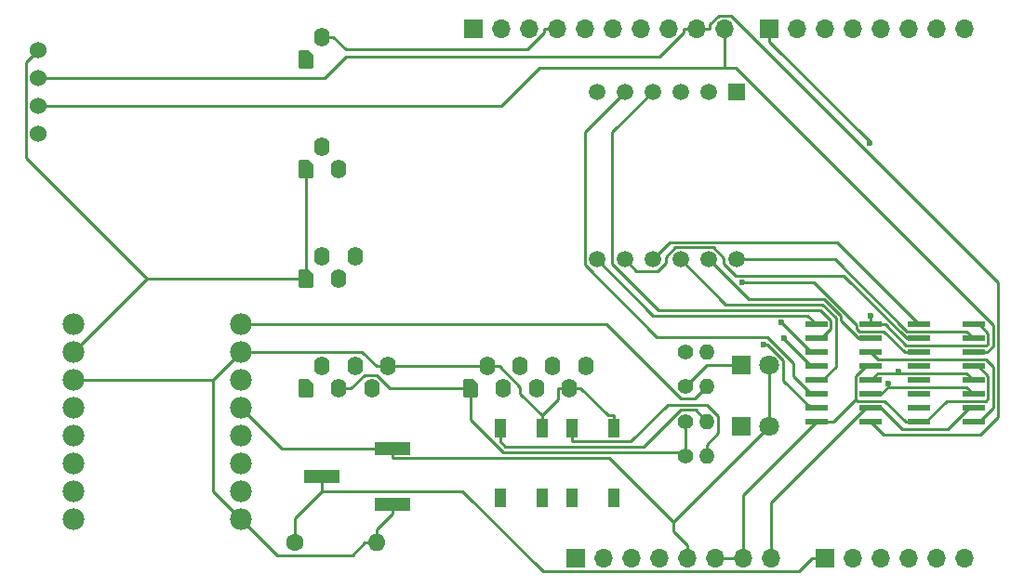
<source format=gbr>
%TF.GenerationSoftware,KiCad,Pcbnew,8.0.0*%
%TF.CreationDate,2024-05-08T19:23:15-07:00*%
%TF.ProjectId,CPE301D_KICAD,43504533-3031-4445-9f4b-494341442e6b,rev?*%
%TF.SameCoordinates,Original*%
%TF.FileFunction,Copper,L1,Top*%
%TF.FilePolarity,Positive*%
%FSLAX46Y46*%
G04 Gerber Fmt 4.6, Leading zero omitted, Abs format (unit mm)*
G04 Created by KiCad (PCBNEW 8.0.0) date 2024-05-08 19:23:15*
%MOMM*%
%LPD*%
G01*
G04 APERTURE LIST*
G04 Aperture macros list*
%AMRoundRect*
0 Rectangle with rounded corners*
0 $1 Rounding radius*
0 $2 $3 $4 $5 $6 $7 $8 $9 X,Y pos of 4 corners*
0 Add a 4 corners polygon primitive as box body*
4,1,4,$2,$3,$4,$5,$6,$7,$8,$9,$2,$3,0*
0 Add four circle primitives for the rounded corners*
1,1,$1+$1,$2,$3*
1,1,$1+$1,$4,$5*
1,1,$1+$1,$6,$7*
1,1,$1+$1,$8,$9*
0 Add four rect primitives between the rounded corners*
20,1,$1+$1,$2,$3,$4,$5,0*
20,1,$1+$1,$4,$5,$6,$7,0*
20,1,$1+$1,$6,$7,$8,$9,0*
20,1,$1+$1,$8,$9,$2,$3,0*%
%AMFreePoly0*
4,1,22,0.145671,0.855970,0.226777,0.801777,0.626777,0.401777,0.680970,0.320671,0.700000,0.225000,0.700000,-0.625000,0.680970,-0.720671,0.626777,-0.801777,0.545671,-0.855970,0.450000,-0.875000,-0.450000,-0.875000,-0.545671,-0.855970,-0.626777,-0.801777,-0.680970,-0.720671,-0.700000,-0.625000,-0.700000,0.625000,-0.680970,0.720671,-0.626777,0.801777,-0.545671,0.855970,-0.450000,0.875000,
0.050000,0.875000,0.145671,0.855970,0.145671,0.855970,$1*%
G04 Aperture macros list end*
%TA.AperFunction,ComponentPad*%
%ADD10C,1.530000*%
%TD*%
%TA.AperFunction,SMDPad,CuDef*%
%ADD11R,1.000000X1.700000*%
%TD*%
%TA.AperFunction,SMDPad,CuDef*%
%ADD12RoundRect,0.041300X-0.933700X-0.253700X0.933700X-0.253700X0.933700X0.253700X-0.933700X0.253700X0*%
%TD*%
%TA.AperFunction,ComponentPad*%
%ADD13C,1.980000*%
%TD*%
%TA.AperFunction,ComponentPad*%
%ADD14R,1.700000X1.700000*%
%TD*%
%TA.AperFunction,ComponentPad*%
%ADD15O,1.700000X1.700000*%
%TD*%
%TA.AperFunction,ComponentPad*%
%ADD16FreePoly0,0.000000*%
%TD*%
%TA.AperFunction,ComponentPad*%
%ADD17O,1.400000X1.750000*%
%TD*%
%TA.AperFunction,ComponentPad*%
%ADD18C,1.600000*%
%TD*%
%TA.AperFunction,ComponentPad*%
%ADD19O,1.600000X1.600000*%
%TD*%
%TA.AperFunction,ComponentPad*%
%ADD20R,1.800000X1.800000*%
%TD*%
%TA.AperFunction,ComponentPad*%
%ADD21C,1.800000*%
%TD*%
%TA.AperFunction,ComponentPad*%
%ADD22R,1.500000X1.500000*%
%TD*%
%TA.AperFunction,ComponentPad*%
%ADD23C,1.500000*%
%TD*%
%TA.AperFunction,ComponentPad*%
%ADD24C,1.400000*%
%TD*%
%TA.AperFunction,ComponentPad*%
%ADD25O,1.400000X1.400000*%
%TD*%
%TA.AperFunction,SMDPad,CuDef*%
%ADD26R,3.300000X1.190000*%
%TD*%
%TA.AperFunction,ViaPad*%
%ADD27C,0.600000*%
%TD*%
%TA.AperFunction,Conductor*%
%ADD28C,0.250000*%
%TD*%
G04 APERTURE END LIST*
D10*
%TO.P,U5,2,TRIG*%
%TO.N,/\u002A9*%
X79125000Y-53730000D03*
%TO.P,U5,3,ECHO*%
%TO.N,/8*%
X79125000Y-56270000D03*
%TO.P,U5,4,GND*%
%TO.N,GND*%
X79125000Y-58810000D03*
%TO.P,U5,1,VCC*%
%TO.N,VCC*%
X79125000Y-51190000D03*
%TD*%
D11*
%TO.P,S2,2*%
%TO.N,N/C*%
X125000000Y-91967000D03*
%TO.P,S2,1*%
%TO.N,GND*%
X125000000Y-85667000D03*
%TO.P,S2,3*%
%TO.N,/\u002A3*%
X121200000Y-85667000D03*
%TO.P,S2,4*%
%TO.N,N/C*%
X121200000Y-91967000D03*
%TD*%
%TO.P,S1,2*%
%TO.N,N/C*%
X131567000Y-91967000D03*
%TO.P,S1,1*%
%TO.N,GND*%
X131567000Y-85667000D03*
%TO.P,S1,3*%
%TO.N,/2*%
X127767000Y-85667000D03*
%TO.P,S1,4*%
%TO.N,N/C*%
X127767000Y-91967000D03*
%TD*%
D12*
%TO.P,U4,1,QB*%
%TO.N,Net-(U1-CC2)*%
X159360000Y-76190000D03*
%TO.P,U4,2,QC*%
%TO.N,Net-(U1-CC3)*%
X159360000Y-77460000D03*
%TO.P,U4,3,QD*%
%TO.N,Net-(U1-CC4)*%
X159360000Y-78730000D03*
%TO.P,U4,4,QE*%
%TO.N,unconnected-(U4-QE-Pad4)*%
X159360000Y-80000000D03*
%TO.P,U4,5,QF*%
%TO.N,unconnected-(U4-QF-Pad5)*%
X159360000Y-81270000D03*
%TO.P,U4,6,QG*%
%TO.N,unconnected-(U4-QG-Pad6)*%
X159360000Y-82540000D03*
%TO.P,U4,7,QH*%
%TO.N,unconnected-(U4-QH-Pad7)*%
X159360000Y-83810000D03*
%TO.P,U4,8,GND*%
%TO.N,GND*%
X159360000Y-85080000D03*
%TO.P,U4,9,SQH*%
%TO.N,Net-(U3-A)*%
X164320000Y-85080000D03*
%TO.P,U4,10,RESET*%
%TO.N,VCC*%
X164320000Y-83810000D03*
%TO.P,U4,11,SHIFT_CLK*%
%TO.N,/7*%
X164320000Y-82540000D03*
%TO.P,U4,12,LATCH_CLK*%
%TO.N,/4*%
X164320000Y-81270000D03*
%TO.P,U4,13,OE*%
%TO.N,GND*%
X164320000Y-80000000D03*
%TO.P,U4,14,A*%
%TO.N,/8*%
X164320000Y-78730000D03*
%TO.P,U4,15,QA*%
%TO.N,Net-(U1-CC1)*%
X164320000Y-77460000D03*
%TO.P,U4,16,VCC*%
%TO.N,VCC*%
X164320000Y-76190000D03*
%TD*%
%TO.P,U3,1,QB*%
%TO.N,Net-(U1-b)*%
X150000000Y-76190000D03*
%TO.P,U3,2,QC*%
%TO.N,Net-(U1-c)*%
X150000000Y-77460000D03*
%TO.P,U3,3,QD*%
%TO.N,Net-(U1-d)*%
X150000000Y-78730000D03*
%TO.P,U3,4,QE*%
%TO.N,Net-(U1-e)*%
X150000000Y-80000000D03*
%TO.P,U3,5,QF*%
%TO.N,Net-(U1-f)*%
X150000000Y-81270000D03*
%TO.P,U3,6,QG*%
%TO.N,Net-(U1-g)*%
X150000000Y-82540000D03*
%TO.P,U3,7,QH*%
%TO.N,Net-(U1-DPX)*%
X150000000Y-83810000D03*
%TO.P,U3,8,GND*%
%TO.N,GND*%
X150000000Y-85080000D03*
%TO.P,U3,9,SQH*%
%TO.N,/\u002A9*%
X154960000Y-85080000D03*
%TO.P,U3,10,RESET*%
%TO.N,VCC*%
X154960000Y-83810000D03*
%TO.P,U3,11,SHIFT_CLK*%
%TO.N,/7*%
X154960000Y-82540000D03*
%TO.P,U3,12,LATCH_CLK*%
%TO.N,/4*%
X154960000Y-81270000D03*
%TO.P,U3,13,OE*%
%TO.N,GND*%
X154960000Y-80000000D03*
%TO.P,U3,14,A*%
%TO.N,Net-(U3-A)*%
X154960000Y-78730000D03*
%TO.P,U3,15,QA*%
%TO.N,Net-(U1-a)*%
X154960000Y-77460000D03*
%TO.P,U3,16,VCC*%
%TO.N,VCC*%
X154960000Y-76190000D03*
%TD*%
D13*
%TO.P,U2,8,GND*%
%TO.N,GND*%
X82380000Y-93890000D03*
%TO.P,U2,7,B01*%
%TO.N,unconnected-(U2-B01-Pad7)*%
X82380000Y-91350000D03*
%TO.P,U2,6,B02*%
%TO.N,unconnected-(U2-B02-Pad6)*%
X82380000Y-88810000D03*
%TO.P,U2,5,A02*%
%TO.N,Net-(J10-Pin_2)*%
X82380000Y-86270000D03*
%TO.P,U2,4,A01*%
%TO.N,Net-(J10-Pin_1)*%
X82380000Y-83730000D03*
%TO.P,U2,3,GND*%
%TO.N,GND*%
X82380000Y-81190000D03*
%TO.P,U2,2,VCC*%
%TO.N,VCC*%
X82380000Y-78650000D03*
%TO.P,U2,1,VM*%
%TO.N,+5V*%
X82380000Y-76110000D03*
%TO.P,U2,16,PWMA*%
%TO.N,/\u002A6*%
X97620000Y-76110000D03*
%TO.P,U2,15,AI2*%
%TO.N,GND*%
X97620000Y-78650000D03*
%TO.P,U2,14,AI1*%
%TO.N,VCC*%
X97620000Y-81190000D03*
%TO.P,U2,13,STBY*%
%TO.N,+5V*%
X97620000Y-83730000D03*
%TO.P,U2,12,BI1*%
%TO.N,unconnected-(U2-BI1-Pad12)*%
X97620000Y-86270000D03*
%TO.P,U2,11,BI2*%
%TO.N,unconnected-(U2-BI2-Pad11)*%
X97620000Y-88810000D03*
%TO.P,U2,10,PWMB*%
%TO.N,unconnected-(U2-PWMB-Pad10)*%
X97620000Y-91350000D03*
%TO.P,U2,9,GND*%
%TO.N,GND*%
X97620000Y-93890000D03*
%TD*%
D14*
%TO.P,J3,1,Pin_1*%
%TO.N,/A0*%
X150800000Y-97460000D03*
D15*
%TO.P,J3,2,Pin_2*%
%TO.N,/A1*%
X153340000Y-97460000D03*
%TO.P,J3,3,Pin_3*%
%TO.N,/A2*%
X155880000Y-97460000D03*
%TO.P,J3,4,Pin_4*%
%TO.N,/A3*%
X158420000Y-97460000D03*
%TO.P,J3,5,Pin_5*%
%TO.N,/SDA{slash}A4*%
X160960000Y-97460000D03*
%TO.P,J3,6,Pin_6*%
%TO.N,/SCL{slash}A5*%
X163500000Y-97460000D03*
%TD*%
D14*
%TO.P,J2,1,Pin_1*%
%TO.N,/SCL{slash}A5*%
X118796000Y-49200000D03*
D15*
%TO.P,J2,2,Pin_2*%
%TO.N,/SDA{slash}A4*%
X121336000Y-49200000D03*
%TO.P,J2,3,Pin_3*%
%TO.N,/AREF*%
X123876000Y-49200000D03*
%TO.P,J2,4,Pin_4*%
%TO.N,GND*%
X126416000Y-49200000D03*
%TO.P,J2,5,Pin_5*%
%TO.N,/13*%
X128956000Y-49200000D03*
%TO.P,J2,6,Pin_6*%
%TO.N,/12*%
X131496000Y-49200000D03*
%TO.P,J2,7,Pin_7*%
%TO.N,/\u002A11*%
X134036000Y-49200000D03*
%TO.P,J2,8,Pin_8*%
%TO.N,/\u002A10*%
X136576000Y-49200000D03*
%TO.P,J2,9,Pin_9*%
%TO.N,/\u002A9*%
X139116000Y-49200000D03*
%TO.P,J2,10,Pin_10*%
%TO.N,/8*%
X141656000Y-49200000D03*
%TD*%
D14*
%TO.P,J4,1,Pin_1*%
%TO.N,/7*%
X145720000Y-49200000D03*
D15*
%TO.P,J4,2,Pin_2*%
%TO.N,/\u002A6*%
X148260000Y-49200000D03*
%TO.P,J4,3,Pin_3*%
%TO.N,/\u002A5*%
X150800000Y-49200000D03*
%TO.P,J4,4,Pin_4*%
%TO.N,/4*%
X153340000Y-49200000D03*
%TO.P,J4,5,Pin_5*%
%TO.N,/\u002A3*%
X155880000Y-49200000D03*
%TO.P,J4,6,Pin_6*%
%TO.N,/2*%
X158420000Y-49200000D03*
%TO.P,J4,7,Pin_7*%
%TO.N,/TX{slash}1*%
X160960000Y-49200000D03*
%TO.P,J4,8,Pin_8*%
%TO.N,/RX{slash}0*%
X163500000Y-49200000D03*
%TD*%
D16*
%TO.P,J6,1,Pin_1*%
%TO.N,VCC*%
X103500000Y-62000000D03*
D17*
%TO.P,J6,2,Pin_2*%
%TO.N,/PE2*%
X105000000Y-60000000D03*
%TO.P,J6,3,Pin_3*%
%TO.N,GND*%
X106500000Y-62000000D03*
%TD*%
D18*
%TO.P,C2,1*%
%TO.N,/A0*%
X102500000Y-96050000D03*
D19*
%TO.P,C2,2*%
%TO.N,GND*%
X110000000Y-96050000D03*
%TD*%
D16*
%TO.P,J8,1,Pin_1*%
%TO.N,VCC*%
X103500000Y-72000000D03*
D17*
%TO.P,J8,2,Pin_2*%
%TO.N,GND*%
X105000000Y-70000000D03*
%TO.P,J8,3,Pin_3*%
%TO.N,/SCL*%
X106500000Y-72000000D03*
%TO.P,J8,4,Pin_4*%
%TO.N,/SDA*%
X108000000Y-70000000D03*
%TD*%
D16*
%TO.P,J7,1,Pin_1*%
%TO.N,VCC*%
X118500000Y-82000000D03*
D17*
%TO.P,J7,2,Pin_2*%
%TO.N,GND*%
X120000000Y-80000000D03*
%TO.P,J7,3,Pin_3*%
%TO.N,/SCL*%
X121500000Y-82000000D03*
%TO.P,J7,4,Pin_4*%
%TO.N,/SDA*%
X123000000Y-80000000D03*
%TO.P,J7,5,Pin_5*%
%TO.N,unconnected-(J7-Pin_5-Pad5)*%
X124500000Y-82000000D03*
%TO.P,J7,6,Pin_6*%
%TO.N,unconnected-(J7-Pin_6-Pad6)*%
X126000000Y-80000000D03*
%TO.P,J7,7,Pin_7*%
%TO.N,GND*%
X127500000Y-82000000D03*
%TO.P,J7,8,Pin_8*%
%TO.N,unconnected-(J7-Pin_8-Pad8)*%
X129000000Y-80000000D03*
%TD*%
D20*
%TO.P,D1,1,K*%
%TO.N,Net-(D1-K)*%
X143160000Y-79900000D03*
D21*
%TO.P,D1,2,A*%
%TO.N,+5V*%
X145700000Y-79900000D03*
%TD*%
D14*
%TO.P,J1,1,Pin_1*%
%TO.N,unconnected-(J1-Pin_1-Pad1)*%
X128120000Y-97505000D03*
D15*
%TO.P,J1,2,Pin_2*%
%TO.N,/IOREF*%
X130660000Y-97505000D03*
%TO.P,J1,3,Pin_3*%
%TO.N,/~{RESET}*%
X133200000Y-97505000D03*
%TO.P,J1,4,Pin_4*%
%TO.N,+3V3*%
X135740000Y-97505000D03*
%TO.P,J1,5,Pin_5*%
%TO.N,+5V*%
X138280000Y-97505000D03*
%TO.P,J1,6,Pin_6*%
%TO.N,GND*%
X140820000Y-97505000D03*
%TO.P,J1,7,Pin_7*%
X143360000Y-97505000D03*
%TO.P,J1,8,Pin_8*%
%TO.N,VCC*%
X145900000Y-97505000D03*
%TD*%
D22*
%TO.P,U1,1,e*%
%TO.N,Net-(U1-e)*%
X142700000Y-55000000D03*
D23*
%TO.P,U1,2,d*%
%TO.N,Net-(U1-d)*%
X140160000Y-55000000D03*
%TO.P,U1,3,DPX*%
%TO.N,Net-(U1-DPX)*%
X137620000Y-55000000D03*
%TO.P,U1,4,c*%
%TO.N,Net-(U1-c)*%
X135080000Y-55000000D03*
%TO.P,U1,5,g*%
%TO.N,Net-(U1-g)*%
X132540000Y-55000000D03*
%TO.P,U1,6,CC4*%
%TO.N,Net-(U1-CC4)*%
X130000000Y-55000000D03*
%TO.P,U1,7,b*%
%TO.N,Net-(U1-b)*%
X130000000Y-70240000D03*
%TO.P,U1,8,CC3*%
%TO.N,Net-(U1-CC3)*%
X132540000Y-70240000D03*
%TO.P,U1,9,CC2*%
%TO.N,Net-(U1-CC2)*%
X135080000Y-70240000D03*
%TO.P,U1,10,f*%
%TO.N,Net-(U1-f)*%
X137620000Y-70240000D03*
%TO.P,U1,11,a*%
%TO.N,Net-(U1-a)*%
X140160000Y-70240000D03*
%TO.P,U1,12,CC1*%
%TO.N,Net-(U1-CC1)*%
X142700000Y-70240000D03*
%TD*%
D24*
%TO.P,R2,1*%
%TO.N,Net-(D1-K)*%
X138100000Y-81850000D03*
D25*
%TO.P,R2,2*%
%TO.N,/\u002A6*%
X140000000Y-81850000D03*
%TD*%
D16*
%TO.P,J10,1,Pin_1*%
%TO.N,Net-(J10-Pin_1)*%
X103500000Y-82000000D03*
D17*
%TO.P,J10,2,Pin_2*%
%TO.N,Net-(J10-Pin_2)*%
X105000000Y-80000000D03*
%TO.P,J10,3,Pin_3*%
%TO.N,VCC*%
X106500000Y-82000000D03*
%TO.P,J10,4,Pin_4*%
%TO.N,/PE2*%
X108000000Y-80000000D03*
%TO.P,J10,5,Pin_5*%
%TO.N,unconnected-(J10-Pin_5-Pad5)*%
X109500000Y-82000000D03*
%TO.P,J10,6,Pin_6*%
%TO.N,GND*%
X111000000Y-80000000D03*
%TD*%
D20*
%TO.P,D3,1,K*%
%TO.N,Net-(D3-K)*%
X143160000Y-85450000D03*
D21*
%TO.P,D3,2,A*%
%TO.N,+5V*%
X145700000Y-85450000D03*
%TD*%
D24*
%TO.P,R4,1*%
%TO.N,VCC*%
X138100000Y-88150000D03*
D25*
%TO.P,R4,2*%
%TO.N,/2*%
X140000000Y-88150000D03*
%TD*%
D24*
%TO.P,R3,1*%
%TO.N,VCC*%
X138100000Y-85000000D03*
D25*
%TO.P,R3,2*%
%TO.N,/\u002A3*%
X140000000Y-85000000D03*
%TD*%
D16*
%TO.P,J5,1,Pin_1*%
%TO.N,+5V*%
X103500000Y-52000000D03*
D17*
%TO.P,J5,2,Pin_2*%
%TO.N,GND*%
X105000000Y-50000000D03*
%TD*%
D26*
%TO.P,RV1,1,1*%
%TO.N,+5V*%
X111400000Y-87460000D03*
%TO.P,RV1,2,2*%
%TO.N,/A0*%
X105000000Y-90000000D03*
%TO.P,RV1,3,3*%
%TO.N,GND*%
X111400000Y-92540000D03*
%TD*%
D24*
%TO.P,R1,1*%
%TO.N,Net-(D3-K)*%
X138100000Y-78700000D03*
D25*
%TO.P,R1,2*%
%TO.N,/\u002A5*%
X140000000Y-78700000D03*
%TD*%
D27*
%TO.N,Net-(U1-d)*%
X146810500Y-75995600D03*
%TO.N,Net-(U1-e)*%
X147021400Y-77450600D03*
%TO.N,Net-(U1-DPX)*%
X145160600Y-77972100D03*
%TO.N,Net-(U1-CC4)*%
X143233900Y-72352900D03*
%TO.N,VCC*%
X154960000Y-75381400D03*
%TO.N,/4*%
X157469100Y-80445900D03*
%TO.N,/7*%
X154799000Y-59653300D03*
X156512600Y-81570400D03*
%TD*%
D28*
%TO.N,Net-(U3-A)*%
X164805300Y-85080000D02*
X164320000Y-85080000D01*
X166073600Y-83811700D02*
X164805300Y-85080000D01*
X166073600Y-80035100D02*
X166073600Y-83811700D01*
X165403400Y-79364900D02*
X166073600Y-80035100D01*
X155594900Y-79364900D02*
X165403400Y-79364900D01*
X154960000Y-78730000D02*
X155594900Y-79364900D01*
%TO.N,Net-(U1-CC3)*%
X158217800Y-77460000D02*
X159360000Y-77460000D01*
X152484000Y-71726200D02*
X158217800Y-77460000D01*
X142636800Y-71726200D02*
X152484000Y-71726200D01*
X141544300Y-70633700D02*
X142636800Y-71726200D01*
X141544300Y-70101200D02*
X141544300Y-70633700D01*
X140599800Y-69156700D02*
X141544300Y-70101200D01*
X137164000Y-69156700D02*
X140599800Y-69156700D01*
X136266700Y-70054000D02*
X137164000Y-69156700D01*
X136266700Y-70592600D02*
X136266700Y-70054000D01*
X135532500Y-71326800D02*
X136266700Y-70592600D01*
X133626800Y-71326800D02*
X135532500Y-71326800D01*
X132540000Y-70240000D02*
X133626800Y-71326800D01*
%TO.N,Net-(U1-d)*%
X149544900Y-78730000D02*
X146810500Y-75995600D01*
X150000000Y-78730000D02*
X149544900Y-78730000D01*
%TO.N,Net-(U1-e)*%
X149499800Y-80000000D02*
X150000000Y-80000000D01*
X147021400Y-77521600D02*
X149499800Y-80000000D01*
X147021400Y-77450600D02*
X147021400Y-77521600D01*
%TO.N,Net-(U1-DPX)*%
X145517300Y-77972100D02*
X145160600Y-77972100D01*
X146996500Y-79451300D02*
X145517300Y-77972100D01*
X146996500Y-81277500D02*
X146996500Y-79451300D01*
X149529000Y-83810000D02*
X146996500Y-81277500D01*
X150000000Y-83810000D02*
X149529000Y-83810000D01*
%TO.N,Net-(U1-a)*%
X143822700Y-73902700D02*
X140160000Y-70240000D01*
X150700900Y-73902700D02*
X143822700Y-73902700D01*
X152209500Y-75411300D02*
X150700900Y-73902700D01*
X152209500Y-75807600D02*
X152209500Y-75411300D01*
X153861900Y-77460000D02*
X152209500Y-75807600D01*
X154960000Y-77460000D02*
X153861900Y-77460000D01*
%TO.N,Net-(U1-b)*%
X135128900Y-75368900D02*
X130000000Y-70240000D01*
X149178900Y-75368900D02*
X135128900Y-75368900D01*
X150000000Y-76190000D02*
X149178900Y-75368900D01*
%TO.N,Net-(U1-CC1)*%
X163685000Y-76825000D02*
X164320000Y-77460000D01*
X158254400Y-76825000D02*
X163685000Y-76825000D01*
X151669400Y-70240000D02*
X158254400Y-76825000D01*
X142700000Y-70240000D02*
X151669400Y-70240000D01*
%TO.N,Net-(U1-CC4)*%
X149789900Y-72352900D02*
X143233900Y-72352900D01*
X153658100Y-76221100D02*
X149789900Y-72352900D01*
X153658100Y-76598600D02*
X153658100Y-76221100D01*
X153884500Y-76825000D02*
X153658100Y-76598600D01*
X156138400Y-76825000D02*
X153884500Y-76825000D01*
X158043400Y-78730000D02*
X156138400Y-76825000D01*
X159360000Y-78730000D02*
X158043400Y-78730000D01*
%TO.N,Net-(U1-c)*%
X150438100Y-77460000D02*
X150000000Y-77460000D01*
X151306100Y-76592000D02*
X150438100Y-77460000D01*
X151306100Y-75785500D02*
X151306100Y-76592000D01*
X150378400Y-74857800D02*
X151306100Y-75785500D01*
X135635100Y-74857800D02*
X150378400Y-74857800D01*
X131425300Y-70648000D02*
X135635100Y-74857800D01*
X131425300Y-58654700D02*
X131425300Y-70648000D01*
X135080000Y-55000000D02*
X131425300Y-58654700D01*
%TO.N,Net-(U1-CC2)*%
X151871400Y-68701400D02*
X159360000Y-76190000D01*
X136618600Y-68701400D02*
X151871400Y-68701400D01*
X135080000Y-70240000D02*
X136618600Y-68701400D01*
%TO.N,Net-(U1-g)*%
X128905500Y-58634500D02*
X132540000Y-55000000D01*
X128905500Y-70719800D02*
X128905500Y-58634500D01*
X135485300Y-77299600D02*
X128905500Y-70719800D01*
X145531000Y-77299600D02*
X135485300Y-77299600D01*
X147903100Y-79671700D02*
X145531000Y-77299600D01*
X147903100Y-80899600D02*
X147903100Y-79671700D01*
X149543500Y-82540000D02*
X147903100Y-80899600D01*
X150000000Y-82540000D02*
X149543500Y-82540000D01*
%TO.N,Net-(U1-f)*%
X141734400Y-74354400D02*
X137620000Y-70240000D01*
X150513800Y-74354400D02*
X141734400Y-74354400D01*
X151757800Y-75598400D02*
X150513800Y-74354400D01*
X151757800Y-80005200D02*
X151757800Y-75598400D01*
X150493000Y-81270000D02*
X151757800Y-80005200D01*
X150000000Y-81270000D02*
X150493000Y-81270000D01*
%TO.N,Net-(D1-K)*%
X140050000Y-79900000D02*
X143160000Y-79900000D01*
X138100000Y-81850000D02*
X140050000Y-79900000D01*
%TO.N,VCC*%
X78020600Y-52294400D02*
X79125000Y-51190000D01*
X78020600Y-60990600D02*
X78020600Y-52294400D01*
X89030000Y-72000000D02*
X78020600Y-60990600D01*
X89030000Y-72000000D02*
X82380000Y-78650000D01*
X103500000Y-72000000D02*
X89030000Y-72000000D01*
X103500000Y-72000000D02*
X103500000Y-62000000D01*
X154514300Y-83810000D02*
X154960000Y-83810000D01*
X145900000Y-92424300D02*
X154514300Y-83810000D01*
X145900000Y-97505000D02*
X145900000Y-92424300D01*
X154960000Y-76190000D02*
X154960000Y-75381400D01*
X156247700Y-76190000D02*
X154960000Y-76190000D01*
X158152700Y-78095000D02*
X156247700Y-76190000D01*
X165492300Y-78095000D02*
X158152700Y-78095000D01*
X165628800Y-77958500D02*
X165492300Y-78095000D01*
X165628800Y-77006500D02*
X165628800Y-77958500D01*
X164812300Y-76190000D02*
X165628800Y-77006500D01*
X164320000Y-76190000D02*
X164812300Y-76190000D01*
X155848200Y-83810000D02*
X154960000Y-83810000D01*
X157787500Y-85749300D02*
X155848200Y-83810000D01*
X161927200Y-85749300D02*
X157787500Y-85749300D01*
X163866500Y-83810000D02*
X161927200Y-85749300D01*
X164320000Y-83810000D02*
X163866500Y-83810000D01*
X107627000Y-82000000D02*
X106500000Y-82000000D01*
X108857900Y-80769100D02*
X107627000Y-82000000D01*
X109944100Y-80769100D02*
X108857900Y-80769100D01*
X111175000Y-82000000D02*
X109944100Y-80769100D01*
X118500000Y-82000000D02*
X111175000Y-82000000D01*
X138100000Y-87547800D02*
X137798900Y-87848900D01*
X138100000Y-85000000D02*
X138100000Y-87547800D01*
X121495900Y-87848900D02*
X137798900Y-87848900D01*
X118500000Y-84853000D02*
X121495900Y-87848900D01*
X118500000Y-82000000D02*
X118500000Y-84853000D01*
X137798900Y-87848900D02*
X138100000Y-88150000D01*
%TO.N,/\u002A3*%
X121200000Y-85667000D02*
X121200000Y-86843700D01*
X138968300Y-83968300D02*
X140000000Y-85000000D01*
X137635100Y-83968300D02*
X138968300Y-83968300D01*
X134287000Y-87316400D02*
X137635100Y-83968300D01*
X121672700Y-87316400D02*
X134287000Y-87316400D01*
X121200000Y-86843700D02*
X121672700Y-87316400D01*
%TO.N,/\u002A6*%
X130893100Y-76110000D02*
X97620000Y-76110000D01*
X137670300Y-82887200D02*
X130893100Y-76110000D01*
X138962800Y-82887200D02*
X137670300Y-82887200D01*
X140000000Y-81850000D02*
X138962800Y-82887200D01*
%TO.N,/2*%
X133096800Y-86843700D02*
X127767000Y-86843700D01*
X136423900Y-83516600D02*
X133096800Y-86843700D01*
X139986600Y-83516600D02*
X136423900Y-83516600D01*
X141038100Y-84568100D02*
X139986600Y-83516600D01*
X141038100Y-86085200D02*
X141038100Y-84568100D01*
X140000000Y-87123300D02*
X141038100Y-86085200D01*
X140000000Y-88150000D02*
X140000000Y-87123300D01*
X127767000Y-85667000D02*
X127767000Y-86843700D01*
%TO.N,/4*%
X157469100Y-80445900D02*
X157469100Y-80635000D01*
X155595000Y-80635000D02*
X157469100Y-80635000D01*
X154960000Y-81270000D02*
X155595000Y-80635000D01*
X163685000Y-80635000D02*
X164320000Y-81270000D01*
X157469100Y-80635000D02*
X163685000Y-80635000D01*
%TO.N,/\u002A9*%
X105220000Y-53730000D02*
X79125000Y-53730000D01*
X107171600Y-51778400D02*
X105220000Y-53730000D01*
X135728600Y-51778400D02*
X107171600Y-51778400D01*
X137939300Y-49567700D02*
X135728600Y-51778400D01*
X137939300Y-49200000D02*
X137939300Y-49567700D01*
X139116000Y-49200000D02*
X137939300Y-49200000D01*
X140292700Y-48832200D02*
X140292700Y-49200000D01*
X141101600Y-48023300D02*
X140292700Y-48832200D01*
X142220700Y-48023300D02*
X141101600Y-48023300D01*
X166551300Y-72353900D02*
X142220700Y-48023300D01*
X166551300Y-84595600D02*
X166551300Y-72353900D01*
X164936300Y-86210600D02*
X166551300Y-84595600D01*
X156090600Y-86210600D02*
X164936300Y-86210600D01*
X154960000Y-85080000D02*
X156090600Y-86210600D01*
X139116000Y-49200000D02*
X140292700Y-49200000D01*
%TO.N,/7*%
X154799000Y-59455700D02*
X154799000Y-59653300D01*
X145720000Y-50376700D02*
X154799000Y-59455700D01*
X145720000Y-49200000D02*
X145720000Y-50376700D01*
X156512600Y-81570400D02*
X156512600Y-81905000D01*
X155877600Y-82540000D02*
X156512600Y-81905000D01*
X154960000Y-82540000D02*
X155877600Y-82540000D01*
X163685000Y-81905000D02*
X164320000Y-82540000D01*
X156512600Y-81905000D02*
X163685000Y-81905000D01*
%TO.N,/8*%
X141656000Y-49200000D02*
X141656000Y-50376700D01*
X141656000Y-50376700D02*
X141656000Y-52748800D01*
X142619700Y-52748800D02*
X141656000Y-52748800D01*
X166090100Y-76219200D02*
X142619700Y-52748800D01*
X166090100Y-78148900D02*
X166090100Y-76219200D01*
X165509000Y-78730000D02*
X166090100Y-78148900D01*
X164320000Y-78730000D02*
X165509000Y-78730000D01*
X121290600Y-56270000D02*
X79125000Y-56270000D01*
X124811800Y-52748800D02*
X121290600Y-56270000D01*
X141656000Y-52748800D02*
X124811800Y-52748800D01*
%TO.N,/A0*%
X105000000Y-90000000D02*
X105000000Y-90921700D01*
X150800000Y-97460000D02*
X149623300Y-97460000D01*
X105000000Y-90921700D02*
X105000000Y-91383300D01*
X102500000Y-93883300D02*
X105000000Y-91383300D01*
X102500000Y-96050000D02*
X102500000Y-93883300D01*
X148370400Y-98712900D02*
X149623300Y-97460000D01*
X125087400Y-98712900D02*
X148370400Y-98712900D01*
X117757800Y-91383300D02*
X125087400Y-98712900D01*
X105000000Y-91383300D02*
X117757800Y-91383300D01*
%TO.N,+5V*%
X138280000Y-97505000D02*
X138280000Y-96328300D01*
X101350000Y-87460000D02*
X97620000Y-83730000D01*
X111400000Y-87460000D02*
X101350000Y-87460000D01*
X111400000Y-87460000D02*
X111400000Y-88381700D01*
X145700000Y-79900000D02*
X145700000Y-85450000D01*
X136964700Y-95013000D02*
X138280000Y-96328300D01*
X136964700Y-94185300D02*
X136964700Y-95013000D01*
X145700000Y-85450000D02*
X136964700Y-94185300D01*
X131161100Y-88381700D02*
X136964700Y-94185300D01*
X111400000Y-88381700D02*
X131161100Y-88381700D01*
%TO.N,GND*%
X111400000Y-92540000D02*
X111400000Y-93461700D01*
X140820000Y-97505000D02*
X143360000Y-97505000D01*
X126416000Y-49200000D02*
X125239300Y-49200000D01*
X105000000Y-50000000D02*
X106026700Y-50000000D01*
X108623300Y-78650000D02*
X109973300Y-80000000D01*
X97620000Y-78650000D02*
X108623300Y-78650000D01*
X111000000Y-80000000D02*
X109973300Y-80000000D01*
X164758100Y-80000000D02*
X164320000Y-80000000D01*
X165621900Y-80863800D02*
X164758100Y-80000000D01*
X165621900Y-82959400D02*
X165621900Y-80863800D01*
X165406300Y-83175000D02*
X165621900Y-82959400D01*
X161854600Y-83175000D02*
X165406300Y-83175000D01*
X159949600Y-85080000D02*
X161854600Y-83175000D01*
X159360000Y-85080000D02*
X159949600Y-85080000D01*
X95080000Y-91350000D02*
X97620000Y-93890000D01*
X95080000Y-81190000D02*
X95080000Y-91350000D01*
X82380000Y-81190000D02*
X95080000Y-81190000D01*
X95080000Y-81190000D02*
X97620000Y-78650000D01*
X111000000Y-80000000D02*
X120000000Y-80000000D01*
X123000000Y-82490300D02*
X125000000Y-84490300D01*
X123000000Y-81871800D02*
X123000000Y-82490300D01*
X121128200Y-80000000D02*
X123000000Y-81871800D01*
X120000000Y-80000000D02*
X121128200Y-80000000D01*
X125000000Y-85667000D02*
X125000000Y-84490300D01*
X126473300Y-83017000D02*
X125000000Y-84490300D01*
X126473300Y-82000000D02*
X126473300Y-83017000D01*
X127500000Y-82000000D02*
X126473300Y-82000000D01*
X131017000Y-84490300D02*
X128526700Y-82000000D01*
X131567000Y-84490300D02*
X131017000Y-84490300D01*
X131567000Y-85667000D02*
X131567000Y-84490300D01*
X127500000Y-82000000D02*
X128526700Y-82000000D01*
X107153400Y-51126700D02*
X106026700Y-50000000D01*
X123680400Y-51126700D02*
X107153400Y-51126700D01*
X125239300Y-49567800D02*
X123680400Y-51126700D01*
X125239300Y-49200000D02*
X125239300Y-49567800D01*
X143360000Y-91720000D02*
X150000000Y-85080000D01*
X143360000Y-97505000D02*
X143360000Y-91720000D01*
X154460300Y-80000000D02*
X154960000Y-80000000D01*
X153591000Y-80869300D02*
X154460300Y-80000000D01*
X153591000Y-83051600D02*
X153591000Y-80869300D01*
X151562600Y-85080000D02*
X153591000Y-83051600D01*
X150000000Y-85080000D02*
X151562600Y-85080000D01*
X158114300Y-85080000D02*
X159360000Y-85080000D01*
X156209300Y-83175000D02*
X158114300Y-85080000D01*
X153714400Y-83175000D02*
X156209300Y-83175000D01*
X153591000Y-83051600D02*
X153714400Y-83175000D01*
X110000000Y-94861700D02*
X110000000Y-96050000D01*
X111400000Y-93461700D02*
X110000000Y-94861700D01*
X100923200Y-97193200D02*
X97620000Y-93890000D01*
X107730100Y-97193200D02*
X100923200Y-97193200D01*
X108873300Y-96050000D02*
X107730100Y-97193200D01*
X110000000Y-96050000D02*
X108873300Y-96050000D01*
%TD*%
M02*

</source>
